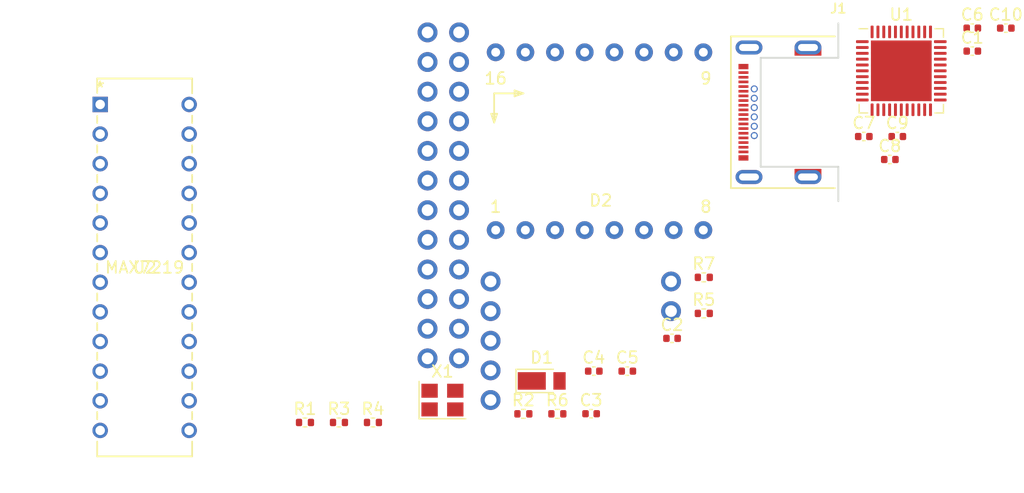
<source format=kicad_pcb>
(kicad_pcb (version 20210108) (generator pcbnew)
  (layers (0 "F.Cu" signal) (31 "B.Cu" signal) (34 "B.Paste" user) (35 "F.Paste" user) (36 "B.SilkS" user "B.Silkscreen") (37 "F.SilkS" user "F.Silkscreen") (38 "B.Mask" user) (39 "F.Mask" user) (44 "Edge.Cuts" user))
  (net 0 "")
  (net 1 "GND")
  (net 2 "VCC")
  (net 3 "VBUS")
  (net 4 "Net-(C7-Pad1)")
  (net 5 "Net-(C8-Pad1)")
  (net 6 "Net-(C9-Pad1)")
  (net 7 "Net-(C10-Pad1)")
  (net 8 "Net-(D2-Pad16)")
  (net 9 "Net-(D2-Pad15)")
  (net 10 "Net-(D2-Pad14)")
  (net 11 "Net-(D2-Pad13)")
  (net 12 "Net-(D2-Pad12)")
  (net 13 "Net-(D2-Pad11)")
  (net 14 "Net-(D2-Pad10)")
  (net 15 "Net-(D2-Pad9)")
  (net 16 "Net-(D2-Pad8)")
  (net 17 "Net-(D2-Pad7)")
  (net 18 "Net-(D2-Pad6)")
  (net 19 "Net-(D2-Pad5)")
  (net 20 "Net-(D2-Pad4)")
  (net 21 "Net-(D2-Pad3)")
  (net 22 "Net-(D2-Pad2)")
  (net 23 "Net-(D2-Pad1)")
  (net 24 "no_connect_(J1-PadA2)")
  (net 25 "/D-")
  (net 26 "/D+")
  (net 27 "Net-(J1-PadB5)")
  (net 28 "no_connect_(J1-PadA3)")
  (net 29 "no_connect_(J1-PadA8)")
  (net 30 "no_connect_(J1-PadA10)")
  (net 31 "no_connect_(J1-PadA11)")
  (net 32 "Net-(J1-PadA5)")
  (net 33 "no_connect_(J1-PadB2)")
  (net 34 "no_connect_(J1-PadB3)")
  (net 35 "no_connect_(J1-PadB8)")
  (net 36 "no_connect_(J1-PadB10)")
  (net 37 "no_connect_(J1-PadB11)")
  (net 38 "/PB6")
  (net 39 "/PB2")
  (net 40 "/PB3")
  (net 41 "/PB1")
  (net 42 "/PF7")
  (net 43 "/PF6")
  (net 44 "/PF5")
  (net 45 "/PF4")
  (net 46 "/RESET")
  (net 47 "/PD3")
  (net 48 "/PD2")
  (net 49 "/PD1")
  (net 50 "/PD0")
  (net 51 "/PD4")
  (net 52 "/PC6")
  (net 53 "/PD7")
  (net 54 "/PE6")
  (net 55 "/PB4")
  (net 56 "/PB5")
  (net 57 "/PB7")
  (net 58 "/PD5")
  (net 59 "/PC7")
  (net 60 "/PF1")
  (net 61 "/PF0")
  (net 62 "Net-(R4-Pad1)")
  (net 63 "Net-(R5-Pad1)")
  (net 64 "Net-(R7-Pad2)")
  (net 65 "no_connect_(U1-Pad8)")
  (net 66 "no_connect_(U1-Pad26)")
  (net 67 "no_connect_(U2-Pad24)")
  (footprint "Capacitor_SMD:C_0402_1005Metric" (layer "F.Cu") (at 137.16 68.58)
    (fp_text reference "C1" (at 0 -1.16) (layer "F.SilkS"))
    (fp_text value "0u1")
    (fp_line (start -0.107836 0.36) (end 0.107836 0.36) (layer "F.SilkS") (width 0.12))
    (fp_line (start -0.107836 -0.36) (end 0.107836 -0.36) (layer "F.SilkS") (width 0.12))
    (pad "1" smd roundrect (at -0.48 0) (size 0.56 0.62) (layers "F.Cu" "F.Paste" "F.Mask") (net 2 "VCC"))
    (pad "2" smd roundrect (at 0.48 0) (size 0.56 0.62) (layers "F.Cu" "F.Paste" "F.Mask") (net 1 "GND"))
  )
  (footprint "Capacitor_SMD:C_0402_1005Metric" (layer "F.Cu") (at 111.45 93.2)
    (fp_text reference "C2" (at 0 -1.16) (layer "F.SilkS"))
    (fp_text value "0u1")
    (fp_line (start -0.107836 -0.36) (end 0.107836 -0.36) (layer "F.SilkS") (width 0.12))
    (fp_line (start -0.107836 0.36) (end 0.107836 0.36) (layer "F.SilkS") (width 0.12))
    (pad "1" smd roundrect (at -0.48 0) (size 0.56 0.62) (layers "F.Cu" "F.Paste" "F.Mask") (net 2 "VCC"))
    (pad "2" smd roundrect (at 0.48 0) (size 0.56 0.62) (layers "F.Cu" "F.Paste" "F.Mask") (net 1 "GND"))
  )
  (footprint "Capacitor_SMD:C_0402_1005Metric" (layer "F.Cu") (at 104.52 99.66)
    (fp_text reference "C3" (at 0 -1.16) (layer "F.SilkS"))
    (fp_text value "0u1")
    (fp_line (start -0.107836 -0.36) (end 0.107836 -0.36) (layer "F.SilkS") (width 0.12))
    (fp_line (start -0.107836 0.36) (end 0.107836 0.36) (layer "F.SilkS") (width 0.12))
    (pad "1" smd roundrect (at -0.48 0) (size 0.56 0.62) (layers "F.Cu" "F.Paste" "F.Mask") (net 2 "VCC"))
    (pad "2" smd roundrect (at 0.48 0) (size 0.56 0.62) (layers "F.Cu" "F.Paste" "F.Mask") (net 1 "GND"))
  )
  (footprint "Capacitor_SMD:C_0402_1005Metric" (layer "F.Cu") (at 104.75 96.01)
    (fp_text reference "C4" (at 0 -1.16) (layer "F.SilkS"))
    (fp_text value "0u1")
    (fp_line (start -0.107836 -0.36) (end 0.107836 -0.36) (layer "F.SilkS") (width 0.12))
    (fp_line (start -0.107836 0.36) (end 0.107836 0.36) (layer "F.SilkS") (width 0.12))
    (pad "1" smd roundrect (at -0.48 0) (size 0.56 0.62) (layers "F.Cu" "F.Paste" "F.Mask") (net 2 "VCC"))
    (pad "2" smd roundrect (at 0.48 0) (size 0.56 0.62) (layers "F.Cu" "F.Paste" "F.Mask") (net 1 "GND"))
  )
  (footprint "Capacitor_SMD:C_0402_1005Metric" (layer "F.Cu") (at 107.62 96.01)
    (fp_text reference "C5" (at 0 -1.16) (layer "F.SilkS"))
    (fp_text value "0u1")
    (fp_line (start -0.107836 0.36) (end 0.107836 0.36) (layer "F.SilkS") (width 0.12))
    (fp_line (start -0.107836 -0.36) (end 0.107836 -0.36) (layer "F.SilkS") (width 0.12))
    (pad "1" smd roundrect (at -0.48 0) (size 0.56 0.62) (layers "F.Cu" "F.Paste" "F.Mask") (net 3 "VBUS"))
    (pad "2" smd roundrect (at 0.48 0) (size 0.56 0.62) (layers "F.Cu" "F.Paste" "F.Mask") (net 1 "GND"))
  )
  (footprint "Capacitor_SMD:C_0402_1005Metric" (layer "F.Cu") (at 137.16 66.61)
    (fp_text reference "C6" (at 0 -1.16) (layer "F.SilkS"))
    (fp_text value "4u7")
    (fp_line (start -0.107836 -0.36) (end 0.107836 -0.36) (layer "F.SilkS") (width 0.12))
    (fp_line (start -0.107836 0.36) (end 0.107836 0.36) (layer "F.SilkS") (width 0.12))
    (pad "1" smd roundrect (at -0.48 0) (size 0.56 0.62) (layers "F.Cu" "F.Paste" "F.Mask") (net 3 "VBUS"))
    (pad "2" smd roundrect (at 0.48 0) (size 0.56 0.62) (layers "F.Cu" "F.Paste" "F.Mask") (net 1 "GND"))
  )
  (footprint "Capacitor_SMD:C_0402_1005Metric" (layer "F.Cu") (at 127.87 75.9)
    (fp_text reference "C7" (at 0 -1.16) (layer "F.SilkS"))
    (fp_text value "22p")
    (fp_line (start -0.107836 0.36) (end 0.107836 0.36) (layer "F.SilkS") (width 0.12))
    (fp_line (start -0.107836 -0.36) (end 0.107836 -0.36) (layer "F.SilkS") (width 0.12))
    (pad "1" smd roundrect (at -0.48 0) (size 0.56 0.62) (layers "F.Cu" "F.Paste" "F.Mask") (net 4 "Net-(C7-Pad1)"))
    (pad "2" smd roundrect (at 0.48 0) (size 0.56 0.62) (layers "F.Cu" "F.Paste" "F.Mask") (net 1 "GND"))
  )
  (footprint "Capacitor_SMD:C_0402_1005Metric" (layer "F.Cu") (at 130.1 77.87)
    (fp_text reference "C8" (at 0 -1.16) (layer "F.SilkS"))
    (fp_text value "22p")
    (fp_line (start -0.107836 0.36) (end 0.107836 0.36) (layer "F.SilkS") (width 0.12))
    (fp_line (start -0.107836 -0.36) (end 0.107836 -0.36) (layer "F.SilkS") (width 0.12))
    (pad "1" smd roundrect (at -0.48 0) (size 0.56 0.62) (layers "F.Cu" "F.Paste" "F.Mask") (net 5 "Net-(C8-Pad1)"))
    (pad "2" smd roundrect (at 0.48 0) (size 0.56 0.62) (layers "F.Cu" "F.Paste" "F.Mask") (net 1 "GND"))
  )
  (footprint "Capacitor_SMD:C_0402_1005Metric" (layer "F.Cu") (at 130.74 75.9)
    (fp_text reference "C9" (at 0 -1.16) (layer "F.SilkS"))
    (fp_text value "1u")
    (fp_line (start -0.107836 0.36) (end 0.107836 0.36) (layer "F.SilkS") (width 0.12))
    (fp_line (start -0.107836 -0.36) (end 0.107836 -0.36) (layer "F.SilkS") (width 0.12))
    (pad "1" smd roundrect (at -0.48 0) (size 0.56 0.62) (layers "F.Cu" "F.Paste" "F.Mask") (net 6 "Net-(C9-Pad1)"))
    (pad "2" smd roundrect (at 0.48 0) (size 0.56 0.62) (layers "F.Cu" "F.Paste" "F.Mask") (net 1 "GND"))
  )
  (footprint "Capacitor_SMD:C_0402_1005Metric" (layer "F.Cu") (at 140.03 66.61)
    (fp_text reference "C10" (at 0 -1.16) (layer "F.SilkS"))
    (fp_text value "0u1")
    (fp_line (start -0.107836 0.36) (end 0.107836 0.36) (layer "F.SilkS") (width 0.12))
    (fp_line (start -0.107836 -0.36) (end 0.107836 -0.36) (layer "F.SilkS") (width 0.12))
    (pad "1" smd roundrect (at -0.48 0) (size 0.56 0.62) (layers "F.Cu" "F.Paste" "F.Mask") (net 7 "Net-(C10-Pad1)"))
    (pad "2" smd roundrect (at 0.48 0) (size 0.56 0.62) (layers "F.Cu" "F.Paste" "F.Mask") (net 1 "GND"))
  )
  (footprint "Diode_SMD:D_PowerDI-123" (layer "F.Cu") (at 100.29 96.85)
    (fp_text reference "D1" (at 0 -2) (layer "F.SilkS"))
    (fp_text value "D_Schottky")
    (fp_line (start 1 -1) (end -2.2 -1) (layer "F.SilkS") (width 0.12))
    (fp_line (start -2.2 1) (end 1 1) (layer "F.SilkS") (width 0.12))
    (fp_line (start -2.2 1) (end -2.2 -1) (layer "F.SilkS") (width 0.12))
    (pad "1" smd rect (at -0.85 0 180) (size 2.4 1.5) (layers "F.Cu" "F.Paste" "F.Mask") (net 2 "VCC"))
    (pad "2" smd rect (at 1.525 0 180) (size 1.05 1.5) (layers "F.Cu" "F.Paste" "F.Mask") (net 3 "VBUS"))
  )
  (footprint "footprints:LED_8x8_1.9MM_20x20MM_Horiz" (layer "F.Cu") (at 96.35 83.92)
    (fp_text reference "D2" (at 9 -2.54) (layer "F.SilkS"))
    (fp_text value "DISP_LED_MAT_8x8_COM_ANODE")
    (fp_text user "1" (at 0 -2) (layer "F.SilkS"))
    (fp_text user "16" (at 0 -13) (layer "F.SilkS"))
    (fp_text user "9" (at 18 -13) (layer "F.SilkS"))
    (fp_text user "8" (at 18 -2) (layer "F.SilkS"))
    (fp_line (start -0.131317 -9.218651) (end -0.381317 -9.968651) (layer "F.SilkS") (width 0.15))
    (fp_line (start -0.131317 -11.718651) (end 2.368683 -11.718651) (layer "F.SilkS") (width 0.15))
    (fp_line (start -0.381317 -9.968651) (end 0.118683 -9.968651) (layer "F.SilkS") (width 0.15))
    (fp_line (start 1.618683 -11.468651) (end 2.368683 -11.718651) (layer "F.SilkS") (width 0.15))
    (fp_line (start 1.618683 -11.968651) (end 1.618683 -11.468651) (layer "F.SilkS") (width 0.15))
    (fp_line (start -0.131317 -11.718651) (end -0.131317 -9.218651) (layer "F.SilkS") (width 0.15))
    (fp_line (start 2.368683 -11.718651) (end 1.618683 -11.968651) (layer "F.SilkS") (width 0.15))
    (fp_line (start 0.118683 -9.968651) (end -0.131317 -9.218651) (layer "F.SilkS") (width 0.15))
    (pad "1" thru_hole circle (at 0 0) (size 1.524 1.524) (drill 0.762) (layers *.Cu *.Mask) (net 23 "Net-(D2-Pad1)"))
    (pad "2" thru_hole circle (at 2.54 0) (size 1.524 1.524) (drill 0.762) (layers *.Cu *.Mask) (net 22 "Net-(D2-Pad2)"))
    (pad "3" thru_hole circle (at 5.08 0) (size 1.524 1.524) (drill 0.762) (layers *.Cu *.Mask) (net 21 "Net-(D2-Pad3)"))
    (pad "4" thru_hole circle (at 7.62 0) (size 1.524 1.524) (drill 0.762) (layers *.Cu *.Mask) (net 20 "Net-(D2-Pad4)"))
    (pad "5" thru_hole circle (at 10.16 0) (size 1.524 1.524) (drill 0.762) (layers *.Cu *.Mask) (net 19 "Net-(D2-Pad5)"))
    (pad "6" thru_hole circle (at 12.7 0) (size 1.524 1.524) (drill 0.762) (layers *.Cu *.Mask) (net 18 "Net-(D2-Pad6)"))
    (pad "7" thru_hole circle (at 15.24 0) (size 1.524 1.524) (drill 0.762) (layers *.Cu *.Mask) (net 17 "Net-(D2-Pad7)"))
    (pad "8" thru_hole circle (at 17.78 0) (size 1.524 1.524) (drill 0.762) (layers *.Cu *.Mask) (net 16 "Net-(D2-Pad8)"))
    (pad "9" thru_hole circle (at 17.78 -15.24) (size 1.524 1.524) (drill 0.762) (layers *.Cu *.Mask) (net 15 "Net-(D2-Pad9)"))
    (pad "10" thru_hole circle (at 15.24 -15.24) (size 1.524 1.524) (drill 0.762) (layers *.Cu *.Mask) (net 14 "Net-(D2-Pad10)"))
    (pad "11" thru_hole circle (at 12.7 -15.24) (size 1.524 1.524) (drill 0.762) (layers *.Cu *.Mask) (net 13 "Net-(D2-Pad11)"))
    (pad "12" thru_hole circle (at 10.16 -15.24) (size 1.524 1.524) (drill 0.762) (layers *.Cu *.Mask) (net 12 "Net-(D2-Pad12)"))
    (pad "13" thru_hole circle (at 7.62 -15.24) (size 1.524 1.524) (drill 0.762) (layers *.Cu *.Mask) (net 11 "Net-(D2-Pad13)"))
    (pad "14" thru_hole circle (at 5.08 -15.24) (size 1.524 1.524) (drill 0.762) (layers *.Cu *.Mask) (net 10 "Net-(D2-Pad14)"))
    (pad "15" thru_hole circle (at 2.54 -15.24) (size 1.524 1.524) (drill 0.762) (layers *.Cu *.Mask) (net 9 "Net-(D2-Pad15)"))
    (pad "16" thru_hole circle (at 0 -15.24) (size 1.524 1.524) (drill 0.762) (layers *.Cu *.Mask) (net 8 "Net-(D2-Pad16)"))
  )
  (footprint "usb-type-c:CX70M-24P1" (layer "F.Cu") (at 125.69 73.82)
    (fp_text reference "J1" (at 0 -8.89) (layer "F.SilkS") (effects (font (size 0.8 0.8))))
    (fp_text value "USB-C")
    (fp_line (start -0.3 -6.5) (end -9.2 -6.5) (layer "F.SilkS") (width 0.15))
    (fp_line (start -9.2 -6.5) (end -9.2 6.5) (layer "F.SilkS") (width 0.15))
    (fp_line (start -9.2 6.5) (end -0.3 6.5) (layer "F.SilkS") (width 0.15))
    (fp_line (start 0 7.62) (end 0 4.67) (layer "Edge.Cuts") (width 0.15))
    (fp_line (start -6.65 4.67) (end -6.65 -4.67) (layer "Edge.Cuts") (width 0.15))
    (fp_line (start 0 4.67) (end -6.65 4.67) (layer "Edge.Cuts") (width 0.15))
    (fp_line (start -6.65 -4.67) (end 0 -4.67) (layer "Edge.Cuts") (width 0.15))
    (fp_line (start 0 -4.67) (end 0 -7.62) (layer "Edge.Cuts") (width 0.15))
    (pad "A1" smd rect (at -8.125 2.2 90) (size 0.23 0.85) (layers "F.Cu" "F.Paste" "F.Mask") (net 1 "GND"))
    (pad "A2" smd rect (at -8.125 1.8 90) (size 0.23 0.85) (layers "F.Cu" "F.Paste" "F.Mask") (net 24 "no_connect_(J1-PadA2)"))
    (pad "A3" smd rect (at -8.125 1.4 90) (size 0.23 0.85) (layers "F.Cu" "F.Paste" "F.Mask") (net 28 "no_connect_(J1-PadA3)"))
    (pad "A4" smd rect (at -8.125 1 90) (size 0.23 0.85) (layers "F.Cu" "F.Paste" "F.Mask") (net 3 "VBUS"))
    (pad "A5" smd rect (at -8.125 0.6 90) (size 0.23 0.85) (layers "F.Cu" "F.Paste" "F.Mask") (net 32 "Net-(J1-PadA5)"))
    (pad "A6" smd rect (at -8.125 0.2 90) (size 0.23 0.85) (layers "F.Cu" "F.Paste" "F.Mask") (net 26 "/D+"))
    (pad "A7" smd rect (at -8.125 -0.2 90) (size 0.23 0.85) (layers "F.Cu" "F.Paste" "F.Mask") (net 25 "/D-"))
    (pad "A8" smd rect (at -8.125 -0.6 90) (size 0.23 0.85) (layers "F.Cu" "F.Paste" "F.Mask") (net 29 "no_connect_(J1-PadA8)"))
    (pad "A9" smd rect (at -8.125 -1 90) (size 0.23 0.85) (layers "F.Cu" "F.Paste" "F.Mask") (net 3 "VBUS"))
    (pad "A10" smd rect (at -8.125 -1.4 90) (size 0.23 0.85) (layers "F.Cu" "F.Paste" "F.Mask") (net 30 "no_connect_(J1-PadA10)"))
    (pad "A11" smd rect (at -8.125 -1.8 90) (size 0.23 0.85) (layers "F.Cu" "F.Paste" "F.Mask") (net 31 "no_connect_(J1-PadA11)"))
    (pad "A12" smd rect (at -8.125 -2.2 90) (size 0.23 0.85) (layers "F.Cu" "F.Paste" "F.Mask") (net 1 "GND"))
    (pad "B1" smd rect (at -8.125 -3.4 90) (size 0.23 0.85) (layers "F.Cu" "F.Paste" "F.Mask") (net 1 "GND"))
    (pad "B2" smd rect (at -8.125 -3 90) (size 0.23 0.85) (layers "F.Cu" "F.Paste" "F.Mask") (net 33 "no_connect_(J1-PadB2)"))
    (pad "B3" smd rect (at -8.125 -2.6 90) (size 0.23 0.85) (layers "F.Cu" "F.Paste" "F.Mask") (net 34 "no_connect_(J1-PadB3)"))
    (pad "B4" thru_hole circle (at -7.2 -2 90) (size 0.6 0.6) (drill 0.4) (layers *.Cu *.Mask) (net 3 "VBUS"))
    (pad "B5" thru_hole circle (at -7.2 -1.2 90) (size 0.6 0.6) (drill 0.4) (layers *.Cu *.Mask) (net 27 "Net-(J1-PadB5)"))
    (pad "B6" thru_hole circle (at -7.2 -0.4 90) (size 0.6 0.6) (drill 0.4) (layers *.Cu *.Mask) (net 26 "/D+"))
    (pad "B7" thru_hole circle (at -7.2 0.4 90) (size 0.6 0.6) (drill 0.4) (layers *.Cu *.Mask) (net 25 "/D-"))
    (pad "B8" thru_hole circle (at -7.2 1.2 90) (size 0.6 0.6) (drill 0.4) (layers *.Cu *.Mask) (net 35 "no_connect_(J1-PadB8)"))
    (pad "B9" thru_hole circle (at -7.2 2 90) (size 0.6 0.6) (drill 0.4) (layers *.Cu *.Mask) (net 3 "VBUS"))
    (pad "B10" smd rect (at -8.125 2.6 90) (size 0.23 0.85) (layers "F.Cu" "F.Paste" "F.Mask") (net 36 "no_connect_(J1-PadB10)"))
    (pad "B11" smd rect (at -8.125 3 90) (size 0.23 0.85) (layers "F.Cu" "F.Paste" "F.Mask") (net 37 "no_connect_(J1-PadB11)"))
    (pad "B12" smd rect (at -8.125 3.4 90) (size 0.23 0.85) (layers "F.Cu" "F.Paste" "F.Mask") (net 1 "GND"))
    (pad "S1" thru_hole oval (at -2.6 5.55 90) (size 1.2 2.3) (drill oval 0.6 1.7) (layers *.Cu *.Mask) (net 1 "GND"))
    (pad "S1" smd rect (at -8.125 3.915 90) (size 0.46 0.85) (layers "F.Cu" "F.Paste" "F.Mask") (net 1 "GND"))
    (pad "S1" smd rect (at -8.125 -3.915 90) (size 0.46 0.85) (layers "F.Cu" "F.Paste" "F.Mask") (net 1 "GND"))
    (pad "S1" smd rect (at -2.6 5.2 90) (size 0.7 2.3) (layers "F.Cu" "F.Mask") (net 1 "GND"))
    (pad "S1" thru_hole oval (at -7.65 5.55 90) (size 1.2 2.3) (drill oval 0.6 1.7) (layers *.Cu *.Mask) (net 1 "GND"))
    (pad "S1" thru_hole oval (at -2.6 -5.55 90) (size 1.2 2.3) (drill oval 0.6 1.7) (layers *.Cu *.Mask) (net 1 "GND"))
    (pad "S1" thru_hole oval (at -7.65 -5.55 90) (size 1.2 2.3) (drill oval 0.6 1.7) (layers *.Cu *.Mask) (net 1 "GND"))
    (pad "S1" smd rect (at -2.6 -5.2 90) (size 0.7 2.3) (layers "F.Cu" "F.Mask") (net 1 "GND"))
  )
  (footprint "pins:Pins2" (layer "F.Cu") (at 111.364999 88.324999)
    (fp_text reference "J2" hide)
    (fp_text value "01x02" hide)
    (pad "1" thru_hole circle (at 0 0) (size 1.7 1.7) (drill 1) (layers *.Cu *.Mask) (net 26 "/D+"))
    (pad "2" thru_hole circle (at 0 2.54) (size 1.7 1.7) (drill 1) (layers *.Cu *.Mask) (net 25 "/D-"))
  )
  (footprint "pins:Pins12" (layer "F.Cu") (at 90.514999 66.974999)
    (fp_text reference "J3" hide)
    (fp_text value "01x12" hide)
    (pad "1" thru_hole circle (at 0 0) (size 1.7 1.7) (drill 1) (layers *.Cu *.Mask) (net 3 "VBUS"))
    (pad "2" thru_hole circle (at 0 2.54) (size 1.7 1.7) (drill 1) (layers *.Cu *.Mask) (net 1 "GND"))
    (pad "3" thru_hole circle (at 0 5.08) (size 1.7 1.7) (drill 1) (layers *.Cu *.Mask) (net 46 "/RESET"))
    (pad "4" thru_hole circle (at 0 7.62) (size 1.7 1.7) (drill 1) (layers *.Cu *.Mask) (net 2 "VCC"))
    (pad "5" thru_hole circle (at 0 10.16) (size 1.7 1.7) (drill 1) (layers *.Cu *.Mask) (net 45 "/PF4"))
    (pad "6" thru_hole circle (at 0 12.7) (size 1.7 1.7) (drill 1) (layers *.Cu *.Mask) (net 44 "/PF5"))
    (pad "7" thru_hole circle (at 0 15.24) (size 1.7 1.7) (drill 1) (layers *.Cu *.Mask) (net 43 "/PF6"))
    (pad "8" thru_hole circle (at 0 17.78) (size 1.7 1.7) (drill 1) (layers *.Cu *.Mask) (net 42 "/PF7"))
    (pad "9" thru_hole circle (at 0 20.32) (size 1.7 1.7) (drill 1) (layers *.Cu *.Mask) (net 41 "/PB1"))
    (pad "10" thru_hole circle (at 0 22.86) (size 1.7 1.7) (drill 1) (layers *.Cu *.Mask) (net 40 "/PB3"))
    (pad "11" thru_hole circle (at 0 25.4) (size 1.7 1.7) (drill 1) (layers *.Cu *.Mask) (net 39 "/PB2"))
    (pad "12" thru_hole circle (at 0 27.94) (size 1.7 1.7) (drill 1) (layers *.Cu *.Mask) (net 38 "/PB6"))
  )
  (footprint "pins:Pins12" (layer "F.Cu") (at 93.214999 66.974999)
    (fp_text reference "J4" hide)
    (fp_text value "01x12" hide)
    (pad "1" thru_hole circle (at 0 0) (size 1.7 1.7) (drill 1) (layers *.Cu *.Mask) (net 56 "/PB5"))
    (pad "2" thru_hole circle (at 0 2.54) (size 1.7 1.7) (drill 1) (layers *.Cu *.Mask) (net 55 "/PB4"))
    (pad "3" thru_hole circle (at 0 5.08) (size 1.7 1.7) (drill 1) (layers *.Cu *.Mask) (net 54 "/PE6"))
    (pad "4" thru_hole circle (at 0 7.62) (size 1.7 1.7) (drill 1) (layers *.Cu *.Mask) (net 53 "/PD7"))
    (pad "5" thru_hole circle (at 0 10.16) (size 1.7 1.7) (drill 1) (layers *.Cu *.Mask) (net 52 "/PC6"))
    (pad "6" thru_hole circle (at 0 12.7) (size 1.7 1.7) (drill 1) (layers *.Cu *.Mask) (net 51 "/PD4"))
    (pad "7" thru_hole circle (at 0 15.24) (size 1.7 1.7) (drill 1) (layers *.Cu *.Mask) (net 50 "/PD0"))
    (pad "8" thru_hole circle (at 0 17.78) (size 1.7 1.7) (drill 1) (layers *.Cu *.Mask) (net 49 "/PD1"))
    (pad "9" thru_hole circle (at 0 20.32) (size 1.7 1.7) (drill 1) (layers *.Cu *.Mask) (net 1 "GND"))
    (pad "10" thru_hole circle (at 0 22.86) (size 1.7 1.7) (drill 1) (layers *.Cu *.Mask) (net 1 "GND"))
    (pad "11" thru_hole circle (at 0 25.4) (size 1.7 1.7) (drill 1) (layers *.Cu *.Mask) (net 48 "/PD2"))
    (pad "12" thru_hole circle (at 0 27.94) (size 1.7 1.7) (drill 1) (layers *.Cu *.Mask) (net 47 "/PD3"))
  )
  (footprint "pins:Pins5" (layer "F.Cu") (at 95.914999 88.324999)
    (fp_text reference "J5" hide)
    (fp_text value "01x05" hide)
    (pad "1" thru_hole circle (at 0 0) (size 1.7 1.7) (drill 1) (layers *.Cu *.Mask) (net 61 "/PF0"))
    (pad "2" thru_hole circle (at 0 2.54) (size 1.7 1.7) (drill 1) (layers *.Cu *.Mask) (net 60 "/PF1"))
    (pad "3" thru_hole circle (at 0 5.08) (size 1.7 1.7) (drill 1) (layers *.Cu *.Mask) (net 59 "/PC7"))
    (pad "4" thru_hole circle (at 0 7.62) (size 1.7 1.7) (drill 1) (layers *.Cu *.Mask) (net 58 "/PD5"))
    (pad "5" thru_hole circle (at 0 10.16) (size 1.7 1.7) (drill 1) (layers *.Cu *.Mask) (net 57 "/PB7"))
  )
  (footprint "Resistor_SMD:R_0402_1005Metric" (layer "F.Cu") (at 80.02 100.41)
    (fp_text reference "R1" (at 0 -1.17) (layer "F.SilkS"))
    (fp_text value "5k1")
    (fp_line (start -0.153641 -0.38) (end 0.153641 -0.38) (layer "F.SilkS") (width 0.12))
    (fp_line (start -0.153641 0.38) (end 0.153641 0.38) (layer "F.SilkS") (width 0.12))
    (pad "1" smd roundrect (at -0.51 0) (size 0.54 0.64) (layers "F.Cu" "F.Paste" "F.Mask") (net 1 "GND"))
    (pad "2" smd roundrect (at 0.51 0) (size 0.54 0.64) (layers "F.Cu" "F.Paste" "F.Mask") (net 32 "Net-(J1-PadA5)"))
  )
  (footprint "Resistor_SMD:R_0402_1005Metric" (layer "F.Cu") (at 98.72 99.67)
    (fp_text reference "R2" (at 0 -1.17) (layer "F.SilkS"))
    (fp_text value "5k1")
    (fp_line (start -0.153641 -0.38) (end 0.153641 -0.38) (layer "F.SilkS") (width 0.12))
    (fp_line (start -0.153641 0.38) (end 0.153641 0.38) (layer "F.SilkS") (width 0.12))
    (pad "1" smd roundrect (at -0.51 0) (size 0.54 0.64) (layers "F.Cu" "F.Paste" "F.Mask") (net 1 "GND"))
    (pad "2" smd roundrect (at 0.51 0) (size 0.54 0.64) (layers "F.Cu" "F.Paste" "F.Mask") (net 27 "Net-(J1-PadB5)"))
  )
  (footprint "Resistor_SMD:R_0402_1005Metric" (layer "F.Cu") (at 82.93 100.41)
    (fp_text reference "R3" (at 0 -1.17) (layer "F.SilkS"))
    (fp_text value "10k")
    (fp_line (start -0.153641 -0.38) (end 0.153641 -0.38) (layer "F.SilkS") (width 0.12))
    (fp_line (start -0.153641 0.38) (end 0.153641 0.38) (layer "F.SilkS") (width 0.12))
    (pad "1" smd roundrect (at -0.51 0) (size 0.54 0.64) (layers "F.Cu" "F.Paste" "F.Mask") (net 46 "/RESET"))
    (pad "2" smd roundrect (at 0.51 0) (size 0.54 0.64) (layers "F.Cu" "F.Paste" "F.Mask") (net 2 "VCC"))
  )
  (footprint "Resistor_SMD:R_0402_1005Metric" (layer "F.Cu") (at 85.84 100.41)
    (fp_text reference "R4" (at 0 -1.17) (layer "F.SilkS"))
    (fp_text value "22")
    (fp_line (start -0.153641 0.38) (end 0.153641 0.38) (layer "F.SilkS") (width 0.12))
    (fp_line (start -0.153641 -0.38) (end 0.153641 -0.38) (layer "F.SilkS") (width 0.12))
    (pad "1" smd roundrect (at -0.51 0) (size 0.54 0.64) (layers "F.Cu" "F.Paste" "F.Mask") (net 62 "Net-(R4-Pad1)"))
    (pad "2" smd roundrect (at 0.51 0) (size 0.54 0.64) (layers "F.Cu" "F.Paste" "F.Mask") (net 26 "/D+"))
  )
  (footprint "Resistor_SMD:R_0402_1005Metric" (layer "F.Cu") (at 114.17 91.06)
    (fp_text reference "R5" (at 0 -1.17) (layer "F.SilkS"))
    (fp_text value "22")
    (fp_line (start -0.153641 0.38) (end 0.153641 0.38) (layer "F.SilkS") (width 0.12))
    (fp_line (start -0.153641 -0.38) (end 0.153641 -0.38) (layer "F.SilkS") (width 0.12))
    (pad "1" smd roundrect (at -0.51 0) (size 0.54 0.64) (layers "F.Cu" "F.Paste" "F.Mask") (net 63 "Net-(R5-Pad1)"))
    (pad "2" smd roundrect (at 0.51 0) (size 0.54 0.64) (layers "F.Cu" "F.Paste" "F.Mask") (net 25 "/D-"))
  )
  (footprint "Resistor_SMD:R_0402_1005Metric" (layer "F.Cu") (at 101.63 99.67)
    (fp_text reference "R6" (at 0 -1.17) (layer "F.SilkS"))
    (fp_text value "10k")
    (fp_line (start -0.153641 -0.38) (end 0.153641 -0.38) (layer "F.SilkS") (width 0.12))
    (fp_line (start -0.153641 0.38) (end 0.153641 0.38) (layer "F.SilkS") (width 0.12))
    (pad "1" smd roundrect (at -0.51 0) (size 0.54 0.64) (layers "F.Cu" "F.Paste" "F.Mask") (net 1 "GND"))
    (pad "2" smd roundrect (at 0.51 0) (size 0.54 0.64) (layers "F.Cu" "F.Paste" "F.Mask") (net 3 "VBUS"))
  )
  (footprint "Resistor_SMD:R_0402_1005Metric" (layer "F.Cu") (at 114.17 87.97)
    (fp_text reference "R7" (at 0 -1.17) (layer "F.SilkS"))
    (fp_text value "9.53k")
    (fp_line (start -0.153641 0.38) (end 0.153641 0.38) (layer "F.SilkS") (width 0.12))
    (fp_line (start -0.153641 -0.38) (end 0.153641 -0.38) (layer "F.SilkS") (width 0.12))
    (pad "1" smd roundrect (at -0.51 0) (size 0.54 0.64) (layers "F.Cu" "F.Paste" "F.Mask") (net 2 "VCC"))
    (pad "2" smd roundrect (at 0.51 0) (size 0.54 0.64) (layers "F.Cu" "F.Paste" "F.Mask") (net 64 "Net-(R7-Pad2)"))
  )
  (footprint "Package_DFN_QFN:QFN-44-1EP_7x7mm_P0.5mm_EP5.2x5.2mm" (layer "F.Cu") (at 131.08 70.27)
    (fp_text reference "U1" (at 0 -4.82) (layer "F.SilkS"))
    (fp_text value "ATmega32U4")
    (fp_line (start -2.885 -3.61) (end -3.61 -3.61) (layer "F.SilkS") (width 0.12))
    (fp_line (start -2.885 3.61) (end -3.61 3.61) (layer "F.SilkS") (width 0.12))
    (fp_line (start 2.885 -3.61) (end 3.61 -3.61) (layer "F.SilkS") (width 0.12))
    (fp_line (start 3.61 -3.61) (end 3.61 -2.885) (layer "F.SilkS") (width 0.12))
    (fp_line (start 3.61 3.61) (end 3.61 2.885) (layer "F.SilkS") (width 0.12))
    (fp_line (start -3.61 3.61) (end -3.61 2.885) (layer "F.SilkS") (width 0.12))
    (fp_line (start 2.885 3.61) (end 3.61 3.61) (layer "F.SilkS") (width 0.12))
    (pad "1" smd roundrect (at -3.3375 -2.5) (size 1.075 0.25) (layers "F.Cu" "F.Paste" "F.Mask") (net 54 "/PE6"))
    (pad "2" smd roundrect (at -3.3375 -2) (size 1.075 0.25) (layers "F.Cu" "F.Paste" "F.Mask") (net 3 "VBUS"))
    (pad "3" smd roundrect (at -3.3375 -1.5) (size 1.075 0.25) (layers "F.Cu" "F.Paste" "F.Mask") (net 63 "Net-(R5-Pad1)"))
    (pad "4" smd roundrect (at -3.3375 -1) (size 1.075 0.25) (layers "F.Cu" "F.Paste" "F.Mask") (net 62 "Net-(R4-Pad1)"))
    (pad "5" smd roundrect (at -3.3375 -0.5) (size 1.075 0.25) (layers "F.Cu" "F.Paste" "F.Mask") (net 1 "GND"))
    (pad "6" smd roundrect (at -3.3375 0) (size 1.075 0.25) (layers "F.Cu" "F.Paste" "F.Mask") (net 6 "Net-(C9-Pad1)"))
    (pad "7" smd roundrect (at -3.3375 0.5) (size 1.075 0.25) (layers "F.Cu" "F.Paste" "F.Mask") (net 3 "VBUS"))
    (pad "8" smd roundrect (at -3.3375 1) (size 1.075 0.25) (layers "F.Cu" "F.Paste" "F.Mask") (net 65 "no_connect_(U1-Pad8)"))
    (pad "9" smd roundrect (at -3.3375 1.5) (size 1.075 0.25) (layers "F.Cu" "F.Paste" "F.Mask") (net 41 "/PB1"))
    (pad "10" smd roundrect (at -3.3375 2) (size 1.075 0.25) (layers "F.Cu" "F.Paste" "F.Mask") (net 39 "/PB2"))
    (pad "11" smd roundrect (at -3.3375 2.5) (size 1.075 0.25) (layers "F.Cu" "F.Paste" "F.Mask") (net 40 "/PB3"))
    (pad "12" smd roundrect (at -2.5 3.3375) (size 0.25 1.075) (layers "F.Cu" "F.Paste" "F.Mask") (net 57 "/PB7"))
    (pad "13" smd roundrect (at -2 3.3375) (size 0.25 1.075) (layers "F.Cu" "F.Paste" "F.Mask") (net 46 "/RESET"))
    (pad "14" smd roundrect (at -1.5 3.3375) (size 0.25 1.075) (layers "F.Cu" "F.Paste" "F.Mask") (net 2 "VCC"))
    (pad "15" smd roundrect (at -1 3.3375) (size 0.25 1.075) (layers "F.Cu" "F.Paste" "F.Mask") (net 1 "GND"))
    (pad "16" smd roundrect (at -0.5 3.3375) (size 0.25 1.075) (layers "F.Cu" "F.Paste" "F.Mask") (net 5 "Net-(C8-Pad1)"))
    (pad "17" smd roundrect (at 0 3.3375) (size 0.25 1.075) (layers "F.Cu" "F.Paste" "F.Mask") (net 4 "Net-(C7-Pad1)"))
    (pad "18" smd roundrect (at 0.5 3.3375) (size 0.25 1.075) (layers "F.Cu" "F.Paste" "F.Mask") (net 50 "/PD0"))
    (pad "19" smd roundrect (at 1 3.3375) (size 0.25 1.075) (layers "F.Cu" "F.Paste" "F.Mask") (net 49 "/PD1"))
    (pad "20" smd roundrect (at 1.5 3.3375) (size 0.25 1.075) (layers "F.Cu" "F.Paste" "F.Mask") (net 48 "/PD2"))
    (pad "21" smd roundrect (at 2 3.3375) (size 0.25 1.075) (layers "F.Cu" "F.Paste" "F.Mask") (net 47 "/PD3"))
    (pad "22" smd roundrect (at 2.5 3.3375) (size 0.25 1.075) (layers "F.Cu" "F.Paste" "F.Mask") (net 58 "/PD5"))
    (pad "23" smd roundrect (at 3.3375 2.5) (size 1.075 0.25) (layers "F.Cu" "F.Paste" "F.Mask") (net 1 "GND"))
    (pad "24" smd roundrect (at 3.3375 2) (size 1.075 0.25) (layers "F.Cu" "F.Paste" "F.Mask") (net 2 "VCC"))
    (pad "25" smd roundrect (at 3.3375 1.5) (size 1.075 0.25) (layers "F.Cu" "F.Paste" "F.Mask") (net 51 "/PD4"))
    (pad "26" smd roundrect (at 3.3375 1) (size 1.075 0.25) (layers "F.Cu" "F.Paste" "F.Mask") (net 66 "no_connect_(U1-Pad26)"))
    (pad "27" smd roundrect (at 3.3375 0.5) (size 1.075 0.25) (layers "F.Cu" "F.Paste" "F.Mask") (net 53 "/PD7"))
    (pad "28" smd roundrect (at 3.3375 0) (size 1.075 0.25) (layers "F.Cu" "F.Paste" "F.Mask") (net 55 "/PB4"))
    (pad "29" smd roundrect (at 3.3375 -0.5) (size 1.075 0.25) (layers "F.Cu" "F.Paste" "F.Mask") (net 56 "/PB5"))
    (pad "30" smd roundrect (at 3.3375 -1) (size 1.075 0.25) (layers "F.Cu" "F.Paste" "F.Mask") (net 38 "/PB6"))
    (pad "31" smd roundrect (at 3.3375 -1.5) (size 1.075 0.25) (layers "F.Cu" "F.Paste" "F.Mask") (net 52 "/PC6"))
    (pad "32" smd roundrect (at 3.3375 -2) (size 1.075 0.25) (layers "F.Cu" "F.Paste" "F.Mask") (net 59 "/PC7"))
    (pad "33" smd roundrect (at 3.3375 -2.5) (size 1.075 0.25) (layers "F.Cu" "F.Paste" "F.Mask") (net 1 "GND"))
    (pad "34" smd roundrect (at 2.5 -3.3375) (size 0.25 1.075) (layers "F.Cu" "F.Paste" "F.Mask") (net 2 "VCC"))
    (pad "35" smd roundrect (at 2 -3.3375) (size 0.25 1.075) (layers "F.Cu" "F.Paste" "F.Mask") (net 1 "GND"))
    (pad "36" smd roundrect (at 1.5 -3.3375) (size 0.25 1.075) (layers "F.Cu" "F.Paste" "F.Mask") (net 42 "/PF7"))
    (pad "37" smd roundrect (at 1 -3.3375) (size 0.25 1.075) (layers "F.Cu" "F.Paste" "F.Mask") (net 43 "/PF6"))
    (pad "38" smd roundrect (at 0.5 -3.3375) (size 0.25 1.075) (layers "F.Cu" "F.Paste" "F.Mask") (net 44 "/PF5"))
    (pad "39" smd roundrect (at 0 -3.3375) (size 0.25 1.075) (layers "F.Cu" "F.Paste" "F.Mask") (net 45 "/PF4"))
    (pad "40" smd roundrect (at -0.5 -3.3375) (size 0.25 1.075) (layers "F.Cu" "F.Paste" "F.Mask") (net 60 "/PF1"))
    (pad "41" smd roundrect (at -1 -3.3375) (size 0.25 1.075) (layers "F.Cu" "F.Paste" "F.Mask") (net 61 "/PF0"))
    (pad "42" smd roundrect (at -1.5 -3.3375) (size 0.25 1.075) (layers "F.Cu" "F.Paste" "F.Mask") (net 7 "Net-(C10-Pad1)"))
    (pad "43" smd roundrect (at -2 -3.3375) (size 0.25 1.075) (layers "F.Cu" "F.Paste" "F.Mask") (net 1 "GND"))
    (pad "44" smd roundrect (at -2.5 -3.3375) (size 0.25 1.075) (layers "F.Cu" "F.Paste" "F.Mask") (net 2 "VCC"))
    (pad "45" smd rect (at 0 0) (size 5.2 5.2) (layers "F.Cu" "F.Mask") (net 1 "GND"))
  )
  (footprint "footprints:MAX7219CNG&plus_" (layer "F.Cu") (at 62.484 73.152)
    (fp_text reference "U2" (at 3.81 13.97) (layer "F.SilkS"))
    (fp_text value "MAX7219" (at 3.81 13.97) (layer "F.SilkS"))
    (fp_text user "*" (at 0 -1.4224) (layer "F.SilkS"))
    (fp_text user "*" (at 0 -1.4224) (layer "F.SilkS"))
    (fp_line (start -0.254 13.66011) (end -0.254 14.27989) (layer "F.SilkS") (width 0.1524))
    (fp_line (start 7.874 -0.96011) (end 7.874 -2.2225) (layer "F.SilkS") (width 0.1524))
    (fp_line (start 7.874 9.19989) (end 7.874 8.58011) (layer "F.SilkS") (width 0.1524))
    (fp_line (start 7.874 -2.2225) (end -0.254 -2.2225) (layer "F.SilkS") (width 0.1524))
    (fp_line (start -0.254 18.74011) (end -0.254 19.35989) (layer "F.SilkS") (width 0.1524))
    (fp_line (start -0.254 3.50011) (end -0.254 4.11989) (layer "F.SilkS") (width 0.1524))
    (fp_line (start -0.254 23.82011) (end -0.254 24.43989) (layer "F.SilkS") (width 0.1524))
    (fp_line (start -0.254 21.28011) (end -0.254 21.89989) (layer "F.SilkS") (width 0.1524))
    (fp_line (start 7.874 16.81989) (end 7.874 16.20011) (layer "F.SilkS") (width 0.1524))
    (fp_line (start -0.254 30.1625) (end 7.874 30.1625) (layer "F.SilkS") (width 0.1524))
    (fp_line (start 7.874 11.73989) (end 7.874 11.12011) (layer "F.SilkS") (width 0.1524))
    (fp_line (start 7.874 1.57989) (end 7.874 0.96011) (layer "F.SilkS") (width 0.1524))
    (fp_line (start 7.874 21.89989) (end 7.874 21.28011) (layer "F.SilkS") (width 0.1524))
    (fp_line (start -0.254 28.90011) (end -0.254 30.1625) (layer "F.SilkS") (width 0.1524))
    (fp_line (start 7.874 4.11989) (end 7.874 3.50011) (layer "F.SilkS") (width 0.1524))
    (fp_line (start -0.254 16.20011) (end -0.254 16.81989) (layer "F.SilkS") (width 0.1524))
    (fp_line (start -0.254 8.58011) (end -0.254 9.19989) (layer "F.SilkS") (width 0.1524))
    (fp_line (start 7.874 26.97989) (end 7.874 26.36011) (layer "F.SilkS") (width 0.1524))
    (fp_line (start 7.874 14.27989) (end 7.874 13.66011) (layer "F.SilkS") (width 0.1524))
    (fp_line (start 7.874 19.35989) (end 7.874 18.74011) (layer "F.SilkS") (width 0.1524))
    (fp_line (start -0.254 11.12011) (end -0.254 11.73989) (layer "F.SilkS") (width 0.1524))
    (fp_line (start 7.874 24.43989) (end 7.874 23.82011) (layer "F.SilkS") (width 0.1524))
    (fp_line (start 7.874 6.65989) (end 7.874 6.04011) (layer "F.SilkS") (width 0.1524))
    (fp_line (start 7.874 30.1625) (end 7.874 28.90011) (layer "F.SilkS") (width 0.1524))
    (fp_line (start -0.254 0.99314) (end -0.254 1.57989) (layer "F.SilkS") (width 0.1524))
    (fp_line (start -0.254 6.04011) (end -0.254 6.65989) (layer "F.SilkS") (width 0.1524))
    (fp_line (start -0.254 26.36011) (end -0.254 26.97989) (layer "F.SilkS") (width 0.1524))
    (fp_line (start -0.254 -2.2225) (end -0.254 -0.99314) (layer "F.SilkS") (width 0.1524))
    (pad "1" thru_hole rect (at 0 0) (size 1.3208 1.3208) (drill 0.8128) (layers *.Cu *.Mask) (net 57 "/PB7"))
    (pad "2" thru_hole circle (at 0 2.54) (size 1.3208 1.3208) (drill 0.8128) (layers *.Cu *.Mask) (net 11 "Net-(D2-Pad13)"))
    (pad "3" thru_hole circle (at 0 5.08) (size 1.3208 1.3208) (drill 0.8128) (layers *.Cu *.Mask) (net 18 "Net-(D2-Pad6)"))
    (pad "4" thru_hole circle (at 0 7.62) (size 1.3208 1.3208) (drill 0.8128) (layers *.Cu *.Mask) (net 1 "GND"))
    (pad "5" thru_hole circle (at 0 10.16) (size 1.3208 1.3208) (drill 0.8128) (layers *.Cu *.Mask) (net 9 "Net-(D2-Pad15)"))
    (pad "6" thru_hole circle (at 0 12.7) (size 1.3208 1.3208) (drill 0.8128) (layers *.Cu *.Mask) (net 20 "Net-(D2-Pad4)"))
    (pad "7" thru_hole circle (at 0 15.24) (size 1.3208 1.3208) (drill 0.8128) (layers *.Cu *.Mask) (net 14 "Net-(D2-Pad10)"))
    (pad "8" thru_hole circle (at 0 17.78) (size 1.3208 1.3208) (drill 0.8128) (layers *.Cu *.Mask) (net 8 "Net-(D2-Pad16)"))
    (pad "9" thru_hole circle (at 0 20.32) (size 1.3208 1.3208) (drill 0.8128) (layers *.Cu *.Mask) (net 1 "GND"))
    (pad "10" thru_hole circle (at 0 22.86) (size 1.3208 1.3208) (drill 0.8128) (layers *.Cu *.Mask) (net 13 "Net-(D2-Pad11)"))
    (pad "11" thru_hole circle (at 0 25.4) (size 1.3208 1.3208) (drill 0.8128) (layers *.Cu *.Mask) (net 21 "Net-(D2-Pad3)"))
    (pad "12" thru_hole circle (at 0 27.94) (size 1.3208 1.3208) (drill 0.8128) (layers *.Cu *.Mask) (net 38 "/PB6"))
    (pad "13" thru_hole circle (at 7.62 27.94) (size 1.3208 1.3208) (drill 0.8128) (layers *.Cu *.Mask) (net 41 "/PB1"))
    (pad "14" thru_hole circle (at 7.62 25.4) (size 1.3208 1.3208) (drill 0.8128) (layers *.Cu *.Mask) (net 10 "Net-(D2-Pad14)"))
    (pad "15" thru_hole circle (at 7.62 22.86) (size 1.3208 1.3208) (drill 0.8128) (layers *.Cu *.Mask) (net 22 "Net-(D2-Pad2)"))
    (pad "16" thru_hole circle (at 7.62 20.32) (size 1.3208 1.3208) (drill 0.8128) (layers *.Cu *.Mask) (net 16 "Net-(D2-Pad8)"))
    (pad "17" thru_hole circle (at 7.62 17.78) (size 1.3208 1.3208) (drill 0.8128) (layers *.Cu *.Mask) (net 19 "Net-(D2-Pad5)"))
    (pad "18" thru_hole circle (at 7.62 15.24) (size 1.3208 1.3208) (drill 0.8128) (layers *.Cu *.Mask) (net 64 "Net-(R7-Pad2)"))
    (pad "19" thru_hole circle (at 7.62 12.7) (size 1.3208 1.3208) (drill 0.8128) (layers *.Cu *.Mask) (net 2 "VCC"))
    (pad "20" thru_hole circle (at 7.62 10.16) (size 1.3208 1.3208) (drill 0.8128) (layers *.Cu *.Mask) (net 12 "Net-(D2-Pad12)"))
    (pad "21" thru_hole circle (at 7.62 7.62) (size 1.3208 1.3208) (drill 0.8128) (layers *.Cu *.Mask) (net 17 "Net-(D2-Pad7)"))
    (pad "22" thru_hole circle (at 7.62 5.08) (size 1.3208 1.3208) (drill 0.8128) (layers *.Cu *.Mask) (net 15 "Net-(D2-Pad9)"))
    (pad "23" thru_hole circle (at 7.62 2.54) (size 1.3208 1.3208) (drill 0.8128) (layers *.Cu *.Mask) (net 23 "Net-(D2-Pad1)"))
    (pad "24" thru_hole circle (at 7.62 0) (size 1.3208 1.3208) (drill 0.8128) (layers *.Cu *.Mask) (net 67 "no_connect_(U2-Pad24)"))
  )
  (footprint "Crystal:Crystal_SMD_SeikoEpson_FA238-4Pin_3.2x2.5mm" (layer "F.Cu") (at 91.79 98.49)
    (fp_text reference "X1" (at 0 -2.45) (layer "F.SilkS"))
    (fp_text value "16MHz")
    (fp_line (start -2 -1.6) (end -2 1.6) (layer "F.SilkS") (width 0.12))
    (fp_line (start -2 1.6) (end 2 1.6) (layer "F.SilkS") (width 0.12))
    (pad "1" smd rect (at -1.1 0.8) (size 1.4 1.2) (layers "F.Cu" "F.Paste" "F.Mask") (net 4 "Net-(C7-Pad1)"))
    (pad "2" smd rect (at 1.1 0.8) (size 1.4 1.2) (layers "F.Cu" "F.Paste" "F.Mask") (net 1 "GND"))
    (pad "3" smd rect (at 1.1 -0.8) (size 1.4 1.2) (layers "F.Cu" "F.Paste" "F.Mask") (net 5 "Net-(C8-Pad1)"))
    (pad "4" smd rect (at -1.1 -0.8) (size 1.4 1.2) (layers "F.Cu" "F.Paste" "F.Mask") (net 1 "GND"))
  )
)
</source>
